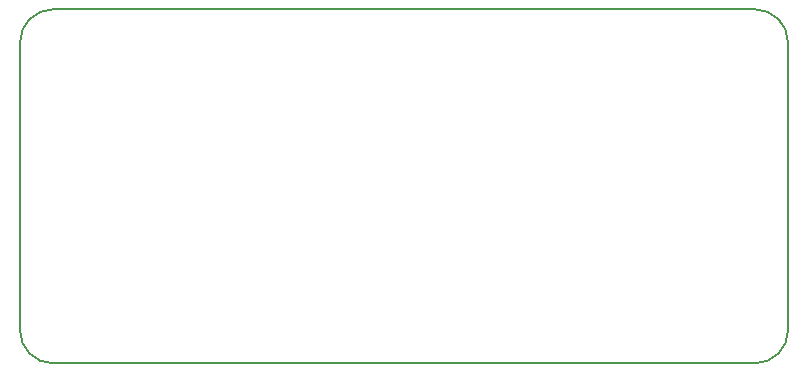
<source format=gbr>
G04 #@! TF.GenerationSoftware,KiCad,Pcbnew,(5.1.2)-1*
G04 #@! TF.CreationDate,2020-10-04T17:45:05-05:00*
G04 #@! TF.ProjectId,Senior Design,53656e69-6f72-4204-9465-7369676e2e6b,rev?*
G04 #@! TF.SameCoordinates,Original*
G04 #@! TF.FileFunction,Profile,NP*
%FSLAX46Y46*%
G04 Gerber Fmt 4.6, Leading zero omitted, Abs format (unit mm)*
G04 Created by KiCad (PCBNEW (5.1.2)-1) date 2020-10-04 17:45:05*
%MOMM*%
%LPD*%
G04 APERTURE LIST*
%ADD10C,0.127000*%
G04 APERTURE END LIST*
D10*
X117348000Y-61722000D02*
X176784000Y-61722000D01*
X117348000Y-91694000D02*
X176784000Y-91694000D01*
X114554000Y-88900000D02*
X114554000Y-64516000D01*
X179578000Y-88900000D02*
X179578000Y-64516000D01*
X114554000Y-64516000D02*
G75*
G02X117348000Y-61722000I2794000J0D01*
G01*
X117348000Y-91694000D02*
G75*
G02X114554000Y-88900000I0J2794000D01*
G01*
X179578000Y-88900000D02*
G75*
G02X176784000Y-91694000I-2794000J0D01*
G01*
X176784000Y-61722000D02*
G75*
G02X179578000Y-64516000I0J-2794000D01*
G01*
M02*

</source>
